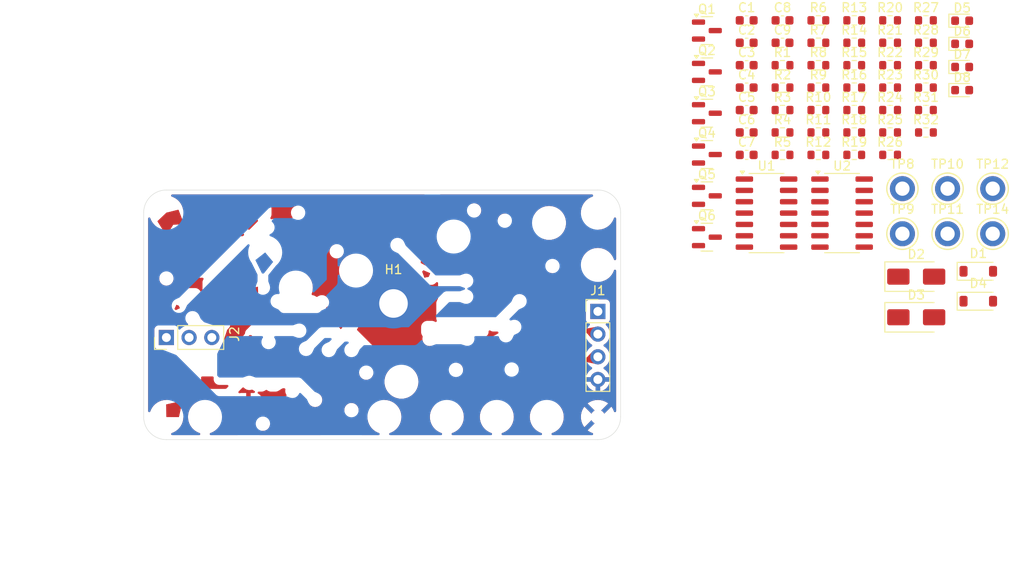
<source format=kicad_pcb>
(kicad_pcb (version 20240108) (generator "pcbnew") (generator_version "8.0")
  (title_block (title "BSPD") (date "2024-10-29") (rev "A") (company "\"Gryphon\" Racing"))
  (layers (0 "F.Cu" signal) (1 "In1.Cu" power) (2 "In2.Cu" power) (31 "B.Cu" signal) (34 "B.Paste" user) (35 "F.Paste" user) (36 "B.SilkS" user "B.Silkscreen") (37 "F.SilkS" user "F.Silkscreen") (38 "B.Mask" user) (39 "F.Mask" user) (44 "Edge.Cuts" user))
  (net 0 "")
  (net 1 "/TPS")
  (net 2 "GNDA")
  (net 3 "/BPT")
  (net 4 "Net-(D4-K)")
  (net 5 "Net-(D1-A)")
  (net 6 "Net-(Q2-D)")
  (net 7 "+BATT")
  (net 8 "-BATT")
  (net 9 "/~{PANIC_BRAKE}")
  (net 10 "/SENSORS_OK")
  (net 11 "+5VA")
  (net 12 "/TPS_SIG")
  (net 13 "/BPT_SIG")
  (net 14 "/BSPD_SD-")
  (net 15 "Net-(Q1-G)")
  (net 16 "/BSPD_OK")
  (net 17 "Net-(Q2-G)")
  (net 18 "Net-(Q2-S)")
  (net 19 "Net-(D5-K)")
  (net 20 "Net-(Q3-G)")
  (net 21 "Net-(Q4-G)")
  (net 22 "Net-(D7-K)")
  (net 23 "Net-(Q5-G)")
  (net 24 "Net-(D8-K)")
  (net 25 "/1_RC")
  (net 26 "Net-(D5-A)")
  (net 27 "Net-(D6-A)")
  (net 28 "Net-(D7-A)")
  (net 29 "Net-(D8-A)")
  (net 30 "Net-(U1B--)")
  (net 31 "Net-(U1A--)")
  (net 32 "Net-(U2B-+)")
  (net 33 "Net-(U2A--)")
  (net 34 "Net-(U2D--)")
  (net 35 "Net-(U2C-+)")
  (net 36 "/PANIC_BRAKE")
  (footprint "Resistor_SMD:R_0603_1608Metric" (layer "F.Cu") (at 149.121 29.266)
    (property "Reference" "R6" (at 0 -1.43 0) (layer "F.SilkS"))
    (property "Value" "100K")
    (fp_line (start -0.237258 -0.5225) (end 0.237258 -0.5225) (stroke (width 0.12)) (layer "F.SilkS"))
    (fp_line (start -0.237258 0.5225) (end 0.237258 0.5225) (stroke (width 0.12)) (layer "F.SilkS"))
    (pad "1" smd roundrect (at -0.825 0) (size 0.8 0.95) (layers "F.Cu" "F.Paste" "F.Mask") (net 34 "Net-(U2D--)"))
    (pad "2" smd roundrect (at 0.825 0) (size 0.8 0.95) (layers "F.Cu" "F.Paste" "F.Mask") (net 2 "GNDA"))
  )
  (footprint "Resistor_SMD:R_0603_1608Metric" (layer "F.Cu") (at 149.121 41.816)
    (property "Reference" "R11" (at 0 -1.43 0) (layer "F.SilkS"))
    (property "Value" "100K")
    (fp_line (start -0.237258 -0.5225) (end 0.237258 -0.5225) (stroke (width 0.12)) (layer "F.SilkS"))
    (fp_line (start -0.237258 0.5225) (end 0.237258 0.5225) (stroke (width 0.12)) (layer "F.SilkS"))
    (pad "1" smd roundrect (at -0.825 0) (size 0.8 0.95) (layers "F.Cu" "F.Paste" "F.Mask") (net 36 "/PANIC_BRAKE"))
    (pad "2" smd roundrect (at 0.825 0) (size 0.8 0.95) (layers "F.Cu" "F.Paste" "F.Mask") (net 5 "Net-(D1-A)"))
  )
  (footprint "Resistor_SMD:R_0603_1608Metric" (layer "F.Cu") (at 153.131 31.776)
    (property "Reference" "R14" (at 0 -1.43 0) (layer "F.SilkS"))
    (property "Value" "100K")
    (fp_line (start -0.237258 -0.5225) (end 0.237258 -0.5225) (stroke (width 0.12)) (layer "F.SilkS"))
    (fp_line (start -0.237258 0.5225) (end 0.237258 0.5225) (stroke (width 0.12)) (layer "F.SilkS"))
    (pad "1" smd roundrect (at -0.825 0) (size 0.8 0.95) (layers "F.Cu" "F.Paste" "F.Mask") (net 13 "/BPT_SIG"))
    (pad "2" smd roundrect (at 0.825 0) (size 0.8 0.95) (layers "F.Cu" "F.Paste" "F.Mask") (net 2 "GNDA"))
  )
  (footprint "Package_TO_SOT_SMD:SOT-23" (layer "F.Cu") (at 136.651 35.036)
    (property "Reference" "Q2" (at 0 -2.4 0) (layer "F.SilkS"))
    (property "Value" "AO3401A")
    (fp_line (start 0 -1.56) (end -0.65 -1.56) (stroke (width 0.12)) (layer "F.SilkS"))
    (fp_line (start 0 -1.56) (end 0.65 -1.56) (stroke (width 0.12)) (layer "F.SilkS"))
    (fp_line (start 0 1.56) (end -0.65 1.56) (stroke (width 0.12)) (layer "F.SilkS"))
    (fp_line (start 0 1.56) (end 0.65 1.56) (stroke (width 0.12)) (layer "F.SilkS"))
    (fp_poly (pts (xy -1.1625 -1.51) (xy -1.4025 -1.84) (xy -0.9225 -1.84) (xy -1.1625 -1.51)) (stroke (width 0.12)) (fill solid) (layer "F.SilkS"))
    (pad "1" smd roundrect (at -0.9375 -0.95) (size 1.475 0.6) (layers "F.Cu" "F.Paste" "F.Mask") (net 17 "Net-(Q2-G)"))
    (pad "2" smd roundrect (at -0.9375 0.95) (size 1.475 0.6) (layers "F.Cu" "F.Paste" "F.Mask") (net 18 "Net-(Q2-S)"))
    (pad "3" smd roundrect (at 0.9375 0) (size 1.475 0.6) (layers "F.Cu" "F.Paste" "F.Mask") (net 6 "Net-(Q2-D)"))
  )
  (footprint "Package_TO_SOT_SMD:SOT-23" (layer "F.Cu") (at 136.651 44.286)
    (property "Reference" "Q4" (at 0 -2.4 0) (layer "F.SilkS"))
    (property "Value" "2N7002")
    (fp_line (start 0 -1.56) (end -0.65 -1.56) (stroke (width 0.12)) (layer "F.SilkS"))
    (fp_line (start 0 -1.56) (end 0.65 -1.56) (stroke (width 0.12)) (layer "F.SilkS"))
    (fp_line (start 0 1.56) (end -0.65 1.56) (stroke (width 0.12)) (layer "F.SilkS"))
    (fp_line (start 0 1.56) (end 0.65 1.56) (stroke (width 0.12)) (layer "F.SilkS"))
    (fp_poly (pts (xy -1.1625 -1.51) (xy -1.4025 -1.84) (xy -0.9225 -1.84) (xy -1.1625 -1.51)) (stroke (width 0.12)) (fill solid) (layer "F.SilkS"))
    (pad "1" smd roundrect (at -0.9375 -0.95) (size 1.475 0.6) (layers "F.Cu" "F.Paste" "F.Mask") (net 21 "Net-(Q4-G)"))
    (pad "2" smd roundrect (at -0.9375 0.95) (size 1.475 0.6) (layers "F.Cu" "F.Paste" "F.Mask") (net 8 "-BATT"))
    (pad "3" smd roundrect (at 0.9375 0) (size 1.475 0.6) (layers "F.Cu" "F.Paste" "F.Mask") (net 22 "Net-(D7-K)"))
  )
  (footprint "Resistor_SMD:R_0603_1608Metric" (layer "F.Cu") (at 153.131 41.816)
    (property "Reference" "R18" (at 0 -1.43 0) (layer "F.SilkS"))
    (property "Value" "10K")
    (fp_line (start -0.237258 -0.5225) (end 0.237258 -0.5225) (stroke (width 0.12)) (layer "F.SilkS"))
    (fp_line (start -0.237258 0.5225) (end 0.237258 0.5225) (stroke (width 0.12)) (layer "F.SilkS"))
    (pad "1" smd roundrect (at -0.825 0) (size 0.8 0.95) (layers "F.Cu" "F.Paste" "F.Mask") (net 15 "Net-(Q1-G)"))
    (pad "2" smd roundrect (at 0.825 0) (size 0.8 0.95) (layers "F.Cu" "F.Paste" "F.Mask") (net 6 "Net-(Q2-D)"))
  )
  (footprint "Package_TO_SOT_SMD:SOT-23" (layer "F.Cu") (at 136.651 48.911)
    (property "Reference" "Q5" (at 0 -2.4 0) (layer "F.SilkS"))
    (property "Value" "2N7002")
    (fp_line (start 0 -1.56) (end -0.65 -1.56) (stroke (width 0.12)) (layer "F.SilkS"))
    (fp_line (start 0 -1.56) (end 0.65 -1.56) (stroke (width 0.12)) (layer "F.SilkS"))
    (fp_line (start 0 1.56) (end -0.65 1.56) (stroke (width 0.12)) (layer "F.SilkS"))
    (fp_line (start 0 1.56) (end 0.65 1.56) (stroke (width 0.12)) (layer "F.SilkS"))
    (fp_poly (pts (xy -1.1625 -1.51) (xy -1.4025 -1.84) (xy -0.9225 -1.84) (xy -1.1625 -1.51)) (stroke (width 0.12)) (fill solid) (layer "F.SilkS"))
    (pad "1" smd roundrect (at -0.9375 -0.95) (size 1.475 0.6) (layers "F.Cu" "F.Paste" "F.Mask") (net 23 "Net-(Q5-G)"))
    (pad "2" smd roundrect (at -0.9375 0.95) (size 1.475 0.6) (layers "F.Cu" "F.Paste" "F.Mask") (net 8 "-BATT"))
    (pad "3" smd roundrect (at 0.9375 0) (size 1.475 0.6) (layers "F.Cu" "F.Paste" "F.Mask") (net 24 "Net-(D8-K)"))
  )
  (footprint "TestPoint:TestPoint_Keystone_5005-5009_Compact" (layer "F.Cu") (at 158.521 48.106)
    (property "Reference" "TP8" (at 0 -2.75 0) (layer "F.SilkS"))
    (property "Value" "SENSORS OK")
    (fp_circle (center 0 0) (end 1.75 0) (stroke (width 0.15)) (fill none) (layer "F.SilkS"))
    (pad "1" thru_hole circle (at 0 0) (size 2.8 2.8) (drill 1.6) (layers "*.Cu" "*.Mask") (net 10 "/SENSORS_OK"))
  )
  (footprint "Resistor_SMD:R_0603_1608Metric" (layer "F.Cu") (at 149.121 39.306)
    (property "Reference" "R10" (at 0 -1.43 0) (layer "F.SilkS"))
    (property "Value" "100K")
    (fp_line (start -0.237258 -0.5225) (end 0.237258 -0.5225) (stroke (width 0.12)) (layer "F.SilkS"))
    (fp_line (start -0.237258 0.5225) (end 0.237258 0.5225) (stroke (width 0.12)) (layer "F.SilkS"))
    (pad "1" smd roundrect (at -0.825 0) (size 0.8 0.95) (layers "F.Cu" "F.Paste" "F.Mask") (net 33 "Net-(U2A--)"))
    (pad "2" smd roundrect (at 0.825 0) (size 0.8 0.95) (layers "F.Cu" "F.Paste" "F.Mask") (net 2 "GNDA"))
  )
  (footprint "Capacitor_SMD:C_0603_1608Metric" (layer "F.Cu") (at 145.111 29.266)
    (property "Reference" "C8" (at 0 -1.43 0) (layer "F.SilkS"))
    (property "Value" "10uF")
    (fp_line (start -0.14058 -0.51) (end 0.14058 -0.51) (stroke (width 0.12)) (layer "F.SilkS"))
    (fp_line (start -0.14058 0.51) (end 0.14058 0.51) (stroke (width 0.12)) (layer "F.SilkS"))
    (pad "1" smd roundrect (at -0.775 0) (size 0.9 0.95) (layers "F.Cu" "F.Paste" "F.Mask") (net 7 "+BATT"))
    (pad "2" smd roundrect (at 0.775 0) (size 0.9 0.95) (layers "F.Cu" "F.Paste" "F.Mask") (net 8 "-BATT"))
  )
  (footprint "Diode_SMD:D_SMA" (layer "F.Cu") (at 160.066 62.506)
    (property "Reference" "D3" (at 0 -2.5 0) (layer "F.SilkS"))
    (property "Value" "SMAJ5.0A")
    (fp_line (start -3.51 -1.65) (end -3.51 1.65) (stroke (width 0.12)) (layer "F.SilkS"))
    (fp_line (start -3.51 -1.65) (end 2 -1.65) (stroke (width 0.12)) (layer "F.SilkS"))
    (fp_line (start -3.51 1.65) (end 2 1.65) (stroke (width 0.12)) (layer "F.SilkS"))
    (pad "1" smd roundrect (at -2 0) (size 2.5 1.8) (layers "F.Cu" "F.Paste" "F.Mask") (roundrect_rratio 0.1388888889) (net 12 "/TPS_SIG"))
    (pad "2" smd roundrect (at 2 0) (size 2.5 1.8) (layers "F.Cu" "F.Paste" "F.Mask") (roundrect_rratio 0.1388888889) (net 2 "GNDA"))
  )
  (footprint "Resistor_SMD:R_0603_1608Metric" (layer "F.Cu") (at 161.151 36.796)
    (property "Reference" "R30" (at 0 -1.43 0) (layer "F.SilkS"))
    (property "Value" "4.7K")
    (fp_line (start -0.237258 -0.5225) (end 0.237258 -0.5225) (stroke (width 0.12)) (layer "F.SilkS"))
    (fp_line (start -0.237258 0.5225) (end 0.237258 0.5225) (stroke (width 0.12)) (layer "F.SilkS"))
    (pad "1" smd roundrect (at -0.825 0) (size 0.8 0.95) (layers "F.Cu" "F.Paste" "F.Mask") (net 28 "Net-(D7-A)"))
    (pad "2" smd roundrect (at 0.825 0) (size 0.8 0.95) (layers "F.Cu" "F.Paste" "F.Mask") (net 7 "+BATT"))
  )
  (footprint "Resistor_SMD:R_0603_1608Metric" (layer "F.Cu") (at 161.151 34.286)
    (property "Reference" "R29" (at 0 -1.43 0) (layer "F.SilkS"))
    (property "Value" "10K")
    (fp_line (start -0.237258 -0.5225) (end 0.237258 -0.5225) (stroke (width 0.12)) (layer "F.SilkS"))
    (fp_line (start -0.237258 0.5225) (end 0.237258 0.5225) (stroke (width 0.12)) (layer "F.SilkS"))
    (pad "1" smd roundrect (at -0.825 0) (size 0.8 0.95) (layers "F.Cu" "F.Paste" "F.Mask") (net 9 "/~{PANIC_BRAKE}"))
    (pad "2" smd roundrect (at 0.825 0) (size 0.8 0.95) (layers "F.Cu" "F.Paste" "F.Mask") (net 21 "Net-(Q4-G)"))
  )
  (footprint "Package_SO:SOIC-14_3.9x8.7mm_P1.27mm" (layer "F.Cu") (at 151.771 50.841)
    (property "Reference" "U2" (at 0 -5.28 0) (layer "F.SilkS"))
    (property "Value" "LM339")
    (fp_line (start 0 -4.435) (end -1.95 -4.435) (stroke (width 0.12)) (layer "F.SilkS"))
    (fp_line (start 0 -4.435) (end 1.95 -4.435) (stroke (width 0.12)) (layer "F.SilkS"))
    (fp_line (start 0 4.435) (end -1.95 4.435) (stroke (width 0.12)) (layer "F.SilkS"))
    (fp_line (start 0 4.435) (end 1.95 4.435) (stroke (width 0.12)) (layer "F.SilkS"))
    (fp_poly (pts (xy -2.7 -4.37) (xy -2.94 -4.7) (xy -2.46 -4.7) (xy -2.7 -4.37)) (stroke (width 0.12)) (fill solid) (layer "F.SilkS"))
    (pad "1" smd roundrect (at -2.475 -3.81) (size 1.95 0.6) (layers "F.Cu" "F.Paste" "F.Mask") (net 10 "/SENSORS_OK"))
    (pad "2" smd roundrect (at -2.475 -2.54) (size 1.95 0.6) (layers "F.Cu" "F.Paste" "F.Mask") (net 10 "/SENSORS_OK"))
    (pad "3" smd roundrect (at -2.475 -1.27) (size 1.95 0.6) (layers "F.Cu" "F.Paste" "F.Mask") (net 7 "+BATT"))
    (pad "4" smd roundrect (at -2.475 0) (size 1.95 0.6) (layers "F.Cu" "F.Paste" "F.Mask") (net 33 "Net-(U2A--)"))
    (pad "5" smd roundrect (at -2.475 1.27) (size 1.95 0.6) (layers "F.Cu" "F.Paste" "F.Mask") (net 3 "/BPT"))
    (pad "6" smd roundrect (at -2.475 2.54) (size 1.95 0.6) (layers "F.Cu" "F.Paste" "F.Mask") (net 3 "/BPT"))
    (pad "7" smd roundrect (at -2.475 3.81) (size 1.95 0.6) (layers "F.Cu" "F.Paste" "F.Mask") (net 32 "Net-(U2B-+)"))
    (pad "8" smd roundrect (at 2.475 3.81) (size 1.95 0.6) (layers "F.Cu" "F.Paste" "F.Mask") (net 34 "Net-(U2D--)"))
    (pad "9" smd roundrect (at 2.475 2.54) (size 1.95 0.6) (layers "F.Cu" "F.Paste" "F.Mask") (net 1 "/TPS"))
    (pad "10" smd roundrect (at 2.475 1.27) (size 1.95 0.6) (layers "F.Cu" "F.Paste" "F.Mask") (net 1 "/TPS"))
    (pad "11" smd roundrect (at 2.475 0) (size 1.95 0.6) (layers "F.Cu" "F.Paste" "F.Mask") (net 35 "Net-(U2C-+)"))
    (pad "12" smd roundrect (at 2.475 -1.27) (size 1.95 0.6) (layers "F.Cu" "F.Paste" "F.Mask") (net 8 "-BATT"))
    (pad "13" smd roundrect (at 2.475 -2.54) (size 1.95 0.6) (layers "F.Cu" "F.Paste" "F.Mask") (net 10 "/SENSORS_OK"))
    (pad "14" smd roundrect (at 2.475 -3.81) (size 1.95 0.6) (layers "F.Cu" "F.Paste" "F.Mask") (net 10 "/SENSORS_OK"))
  )
  (footprint "Diode_SMD:D_SMA" (layer "F.Cu") (at 160.066 57.956)
    (property "Reference" "D2" (at 0 -2.5 0) (layer "F.SilkS"))
    (property "Value" "SMAJ5.0A")
    (fp_line (start -3.51 -1.65) (end -3.51 1.65) (stroke (width 0.12)) (layer "F.SilkS"))
    (fp_line (start -3.51 -1.65) (end 2 -1.65) (stroke (width 0.12)) (layer "F.SilkS"))
    (fp_line (start -3.51 1.65) (end 2 1.65) (stroke (width 0.12)) (layer "F.SilkS"))
    (pad "1" smd roundrect (at -2 0) (size 2.5 1.8) (layers "F.Cu" "F.Paste" "F.Mask") (roundrect_rratio 0.1388888889) (net 13 "/BPT_SIG"))
    (pad "2" smd roundrect (at 2 0) (size 2.5 1.8) (layers "F.Cu" "F.Paste" "F.Mask") (roundrect_rratio 0.1388888889) (net 2 "GNDA"))
  )
  (footprint "Connector_PinHeader_2.54mm:PinHeader_1x04_P2.54mm_Vertical" (layer "F.Cu") (at 124.46 61.849)
    (property "Reference" "J1" (at 0 -2.33 0) (layer "F.SilkS"))
    (property "Value" "Signal")
    (fp_line (start -1.33 -1.33) (end 0 -1.33) (stroke (width 0.12)) (layer "F.SilkS"))
    (fp_line (start -1.33 0) (end -1.33 -1.33) (stroke (width 0.12)) (layer "F.SilkS"))
    (fp_line (start -1.33 1.27) (end -1.33 8.95) (stroke (width 0.12)) (layer "F.SilkS"))
    (fp_line (start -1.33 1.27) (end 1.33 1.27) (stroke (width 0.12)) (layer "F.SilkS"))
    (fp_line (start -1.33 8.95) (end 1.33 8.95) (stroke (width 0.12)) (layer "F.SilkS"))
    (fp_line (start 1.33 1.27) (end 1.33 8.95) (stroke (width 0.12)) (layer "F.SilkS"))
    (pad "1" thru_hole rect (at 0 0) (size 1.7 1.7) (drill 1) (layers "*.Cu" "*.Mask") (net 11 "+5VA"))
    (pad "2" thru_hole oval (at 0 2.54) (size 1.7 1.7) (drill 1) (layers "*.Cu" "*.Mask") (net 12 "/TPS_SIG"))
    (pad "3" thru_hole oval (at 0 5.08) (size 1.7 1.7) (drill 1) (layers "*.Cu" "*.Mask") (net 13 "/BPT_SIG"))
    (pad "4" thru_hole oval (at 0 7.62) (size 1.7 1.7) (drill 1) (layers "*.Cu" "*.Mask") (net 2 "GNDA"))
  )
  (footprint "LED_SMD:LED_0603_1608Metric" (layer "F.Cu") (at 165.201 37.076)
    (property "Reference" "D8" (at 0 -1.43 0) (layer "F.SilkS"))
    (property "Value" "LED")
    (fp_line (start -1.485 -0.735) (end -1.485 0.735) (stroke (width 0.12)) (layer "F.SilkS"))
    (fp_line (start -1.485 0.735) (end 0.8 0.735) (stroke (width 0.12)) (layer "F.SilkS"))
    (fp_line (start 0.8 -0.735) (end -1.485 -0.735) (stroke (width 0.12)) (layer "F.SilkS"))
    (pad "1" smd roundrect (at -0.7875 0) (size 0.875 0.95) (layers "F.Cu" "F.Paste" "F.Mask") (net 24 "Net-(D8-K)"))
    (pad "2" smd roundrect (at 0.7875 0) (size 0.875 0.95) (layers "F.Cu" "F.Paste" "F.Mask") (net 29 "Net-(D8-A)"))
  )
  (footprint "Resistor_SMD:R_0603_1608Metric" (layer "F.Cu") (at 145.111 39.306)
    (property "Reference" "R3" (at 0 -1.43 0) (layer "F.SilkS"))
    (property "Value" "10K")
    (fp_line (start -0.237258 -0.5225) (end 0.237258 -0.5225) (stroke (width 0.12)) (layer "F.SilkS"))
    (fp_line (start -0.237258 0.5225) (end 0.237258 0.5225) (stroke (width 0.12)) (layer "F.SilkS"))
    (pad "1" smd roundrect (at -0.825 0) (size 0.8 0.95) (layers "F.Cu" "F.Paste" "F.Mask") (net 10 "/SENSORS_OK"))
    (pad "2" smd roundrect (at 0.825 0) (size 0.8 0.95) (layers "F.Cu" "F.Paste" "F.Mask") (net 4 "Net-(D4-K)"))
  )
  (footprint "LED_SMD:LED_0603_1608Metric" (layer "F.Cu") (at 165.201 31.896)
    (property "Reference" "D6" (at 0 -1.43 0) (layer "F.SilkS"))
    (property "Value" "LED")
    (fp_line (start -1.485 -0.735) (end -1.485 0.735) (stroke (width 0.12)) (layer "F.SilkS"))
    (fp_line (start -1.485 0.735) (end 0.8 0.735) (stroke (width 0.12)) (layer "F.SilkS"))
    (fp_line (start 0.8 -0.735) (end -1.485 -0.735) (stroke (width 0.12)) (layer "F.SilkS"))
    (pad "1" smd roundrect (at -0.7875 0) (size 0.875 0.95) (layers "F.Cu" "F.Paste" "F.Mask") (net 8 "-BATT"))
    (pad "2" smd roundrect (at 0.7875 0) (size 0.875 0.95) (layers "F.Cu" "F.Paste" "F.Mask") (net 27 "Net-(D6-A)"))
  )
  (footprint "Diode_SMD:D_SOD-123" (layer "F.Cu") (at 167.006 57.356)
    (property "Reference" "D1" (at 0 -2 0) (layer "F.SilkS"))
    (property "Value" "RB160M-30")
    (fp_line (start -2.36 -1) (end -2.36 1) (stroke (width 0.12)) (layer "F.SilkS"))
    (fp_line (start -2.36 -1) (end 1.65 -1) (stroke (width 0.12)) (layer "F.SilkS"))
    (fp_line (start -2.36 1) (end 1.65 1) (stroke (width 0.12)) (layer "F.SilkS"))
    (pad "1" smd roundrect (at -1.65 0) (size 0.9 1.2) (layers "F.Cu" "F.Paste" "F.Mask") (net 36 "/PANIC_BRAKE"))
    (pad "2" smd roundrect (at 1.65 0) (size 0.9 1.2) (layers "F.Cu" "F.Paste" "F.Mask") (net 5 "Net-(D1-A)"))
  )
  (footprint "LED_SMD:LED_0603_1608Metric" (layer "F.Cu") (at 165.201 29.306)
    (property "Reference" "D5" (at 0 -1.43 0) (layer "F.SilkS"))
    (property "Value" "LED")
    (fp_line (start -1.485 -0.735) (end -1.485 0.735) (stroke (width 0.12)) (layer "F.SilkS"))
    (fp_line (start -1.485 0.735) (end 0.8 0.735) (stroke (width 0.12)) (layer "F.SilkS"))
    (fp_line (start 0.8 -0.735) (end -1.485 -0.735) (stroke (width 0.12)) (layer "F.SilkS"))
    (pad "1" smd roundrect (at -0.7875 0) (size 0.875 0.95) (layers "F.Cu" "F.Paste" "F.Mask") (net 19 "Net-(D5-K)"))
    (pad "2" smd roundrect (at 0.7875 0) (size 0.875 0.95) (layers "F.Cu" "F.Paste" "F.Mask") (net 26 "Net-(D5-A)"))
  )
  (footprint "Resistor_SMD:R_0603_1608Metric" (layer "F.Cu") (at 149.121 31.776)
    (property "Reference" "R7" (at 0 -1.43 0) (layer "F.SilkS"))
    (property "Value" "1K")
    (fp_line (start -0.237258 -0.5225) (end 0.237258 -0.5225) (stroke (width 0.12)) (layer "F.SilkS"))
    (fp_line (start -0.237258 0.5225) (end 0.237258 0.5225) (stroke (width 0.12)) (layer "F.SilkS"))
    (pad "1" smd roundrect (at -0.825 0) (size 0.8 0.95) (layers "F.Cu" "F.Paste" "F.Mask") (net 10 "/SENSORS_OK"))
    (pad "2" smd roundrect (at 0.825 0) (size 0.8 0.95) (layers "F.Cu" "F.Paste" "F.Mask") (net 11 "+5VA"))
  )
  (footprint "Resistor_SMD:R_0603_1608Metric" (layer "F.Cu") (at 161.151 29.266)
    (property "Reference" "R27" (at 0 -1.43 0) (layer "F.SilkS"))
    (property "Value" "4.7K")
    (fp_line (start -0.237258 -0.5225) (end 0.237258 -0.5225) (stroke (width 0.12)) (layer "F.SilkS"))
    (fp_line (start -0.237258 0.5225) (end 0.237258 0.5225) (stroke (width 0.12)) (layer "F.SilkS"))
    (pad "1" smd roundrect (at -0.825 0) (size 0.8 0.95) (layers "F.Cu" "F.Paste" "F.Mask") (net 27 "Net-(D6-A)"))
    (pad "2" smd roundrect (at 0.825 0) (size 0.8 0.95) (layers "F.Cu" "F.Paste" "F.Mask") (net 7 "+BATT"))
  )
  (footprint "Resistor_SMD:R_0603_1608Metric" (layer "F.Cu") (at 145.111 41.816)
    (property "Reference" "R4" (at 0 -1.43 0) (layer "F.SilkS"))
    (property "Value" "100K")
    (fp_line (start -0.237258 -0.5225) (end 0.237258 -0.5225) (stroke (width 0.12)) (layer "F.SilkS"))
    (fp_line (start -0.237258 0.5225) (end 0.237258 0.5225) (stroke (width 0.12)) (layer "F.SilkS"))
    (pad "1" smd roundrect (at -0.825 0) (size 0.8 0.95) (layers "F.Cu" "F.Paste" "F.Mask") (net 35 "Net-(U2C-+)"))
    (pad "2" smd roundrect (at 0.825 0) (size 0.8 0.95) (layers "F.Cu" "F.Paste" "F.Mask") (net 34 "Net-(U2D--)"))
  )
  (footprint "Resistor_SMD:R_0603_1608Metric" (layer "F.Cu") (at 157.141 36.796)
    (property "Reference" "R23" (at 0 -1.43 0) (layer "F.SilkS"))
    (property "Value" "100K")
    (fp_line (start -0.237258 -0.5225) (end 0.237258 -0.5225) (stroke (width 0.12)) (layer "F.SilkS"))
    (fp_line (start -0.237258 0.5225) (end 0.237258 0.5225) (stroke (width 0.12)) (layer "F.SilkS"))
    (pad "1" smd roundrect (at -0.825 0) (size 0.8 0.95) (layers "F.Cu" "F.Paste" "F.Mask") (net 30 "Net-(U1B--)"))
    (pad "2" smd roundrect (at 0.825 0) (size 0.8 0.95) (layers "F.Cu" "F.Paste" "F.Mask") (net 2 "GNDA"))
  )
  (footprint "Resistor_SMD:R_0603_1608Metric" (layer "F.Cu") (at 161.151 39.306)
    (property "Reference" "R31" (at 0 -1.43 0) (layer "F.SilkS"))
    (property "Value" "10K")
    (fp_line (start -0.237258 -0.5225) (end 0.237258 -0.5225) (stroke (width 0.12)) (layer "F.SilkS"))
    (fp_line (start -0.237258 0.5225) (end 0.237258 0.5225) (stroke (width 0.12)) (layer "F.SilkS"))
    (pad "1" smd roundrect (at -0.825 0) (size 0.8 0.95) (layers "F.Cu" "F.Paste" "F.Mask") (net 10 "/SENSORS_OK"))
    (pad "2" smd roundrect (at 0.825 0) (size 0.8 0.95) (layers "F.Cu" "F.Paste" "F.Mask") (net 23 "Net-(Q5-G)"))
  )
  (footprint "Connector_PinHeader_2.54mm:PinHeader_1x03_P2.54mm_Vertical" (layer "F.Cu") (at 76.2 64.77 90)
    (property "Reference" "J2" (at 0.381 7.62 90) (layer "F.SilkS"))
    (property "Value" "Power")
    (fp_line (start -1.33 -1.33) (end 0 -1.33) (stroke (width 0.12)) (layer "F.SilkS"))
    (fp_line (start -1.33 0) (end -1.33 -1.33) (stroke (width 0.12)) (layer "F.SilkS"))
    (fp_line (start 1.33 1.270001) (end 1.33 6.409999) (stroke (width 0.12)) (layer "F.SilkS"))
    (fp_line (start -1.33 1.270001) (end 1.33 1.270001) (stroke (width 0.12)) (layer "F.SilkS"))
    (fp_line (start -1.33 1.270001) (end -1.33 6.409999) (stroke (width 0.12)) (layer "F.SilkS"))
    (fp_line (start -1.33 6.409999) (end 1.33 6.409999) (stroke (width 0.12)) (layer "F.SilkS"))
    (pad "1" thru_hole rect (at 0 0 90) (size 1.7 1.7) (drill 1) (layers "*.Cu" "*.Mask") (net 7 "+BATT"))
    (pad "2" thru_hole oval (at 0 2.54 90) (size 1.7 1.7) (drill 1) (layers "*.Cu" "*.Mask") (net 14 "/BSPD_SD-"))
    (pad "3" thru_hole oval (at 0 5.079999 90) (size 1.7 1.7) (drill 1) (layers "*.Cu" "*.Mask") (net 8 "-BATT"))
  )
  (footprint "Resistor_SMD:R_0603_1608Metric" (layer "F.Cu") (at 145.111 36.796)
    (property "Reference" "R2" (at 0 -1.43 0) (layer "F.SilkS"))
    (property "Value" "10K")
    (fp_line (start -0.237258 -0.5225) (end 0.237258 -0.5225) (stroke (width 0.12)) (layer "F.SilkS"))
    (fp_line (start -0.237258 0.5225) (end 0.237258 0.5225) (stroke (width 0.12)) (layer "F.SilkS"))
    (pad "1" smd roundrect (at -0.825 0) (size 0.8 0.95) (layers "F.Cu" "F.Paste" "F.Mask") (net 12 "/TPS_SIG"))
    (pad "2" smd roundrect (at 0.825 0) (size 0.8 0.95) (layers "F.Cu" "F.Paste" "F.Mask") (net 1 "/TPS"))
  )
  (footprint "Capacitor_SMD:C_0603_1608Metric" (layer "F.Cu") (at 141.101 41.816)
    (property "Reference" "C6" (at 0 -1.43 0) (layer "F.SilkS"))
    (property "Value" "10uF")
    (fp_line (start -0.14058 -0.51) (end 0.14058 -0.51) (stroke (width 0.12)) (layer "F.SilkS"))
    (fp_line (start -0.14058 0.51) (end 0.14058 0.51) (stroke (width 0.12)) (layer "F.SilkS"))
    (pad "1" smd roundrect (at -0.775 0) (size 0.9 0.95) (layers "F.Cu" "F.Paste" "F.Mask") (net 7 "+BATT"))
    (pad "2" smd roundrect (at 0.775 0) (size 0.9 0.95) (layers "F.Cu" "F.Paste" "F.Mask") (net 8 "-BATT"))
  )
  (footprint "Resistor_SMD:R_0603_1608Metric" (layer "F.Cu") (at 149.121 36.796)
    (property "Reference" "R9" (at 0 -1.43 0) (layer "F.SilkS"))
    (property "Value" "100K")
    (fp_line (start -0.237258 -0.5225) (end 0.237258 -0.5225) (stroke (width 0.12)) (layer "F.SilkS"))
    (fp_line (start -0.237258 0.5225) (end 0.237258 0.5225) (stroke (width 0.12)) (layer "F.SilkS"))
    (pad "1" smd roundrect (at -0.825 0) (size 0.8 0.95) (layers "F.Cu" "F.Paste" "F.Mask") (net 32 "Net-(U2B-+)"))
    (pad "2" smd roundrect (at 0.825 0) (size 0.8 0.95) (layers "F.Cu" "F.Paste" "F.Mask") (net 33 "Net-(U2A--)"))
  )
  (footprint "Resistor_SMD:R_0603_1608Metric" (layer "F.Cu") (at 161.151 41.816)
    (property "Reference" "R32" (at 0 -1.43 0) (layer "F.SilkS"))
    (property "Value" "4.7K")
    (fp_line (start -0.237258 -0.5225) (end 0.237258 -0.5225) (stroke (width 0.12)) (layer "F.SilkS"))
    (fp_line (start -0.237258 0.5225) (end 0.237258 0.5225) (stroke (width 0.12)) (layer "F.SilkS"))
    (pad "1" smd roundrect (at -0.825 0) (size 0.8 0.95) (layers "F.Cu" "F.Paste" "F.Mask") (net 29 "Net-(D8-A)"))
    (pad "2" smd roundrect (at 0.825 0) (size 0.8 0.95) (layers "F.Cu" "F.Paste" "F.Mask") (net 7 "+BATT"))
  )
  (footprint "Resistor_SMD:R_0603_1608Metric" (layer "F.Cu") (at 153.131 39.306)
    (property "Reference" "R17" (at 0 -1.43 0) (layer "F.SilkS"))
    (property "Value" "10K")
    (fp_line (start -0.237258 -0.5225) (end 0.237258 -0.5225) (stroke (width 0.12)) (layer "F.SilkS"))
    (fp_line (start -0.237258 0.5225) (end 0.237258 0.5225) (stroke (width 0.12)) (layer "F.SilkS"))
    (pad "1" smd roundrect (at -0.825 0) (size 0.8 0.95) (layers "F.Cu" "F.Paste" "F.Mask") (net 16 "/BSPD_OK"))
    (pad "2" smd roundrect (at 0.825 0) (size 0.8 0.95) (layers "F.Cu" "F.Paste" "F.Mask") (net 17 "Net-(Q2-G)"))
  )
  (footprint "Resistor_SMD:R_0603_1608Metric" (layer "F.Cu") (at 149.121 34.286)
    (property "Reference" "R8" (at 0 -1.43 0) (layer "F.SilkS"))
    (property "Value" "100K")
    (fp_line (start -0.237258 -0.5225) (end 0.237258 -0.5225) (stroke (width 0.12)) (layer "F.SilkS"))
    (fp_line (start -0.237258 0.5225) (end 0.237258 0.5225) (stroke (width 0.12)) (layer "F.SilkS"))
    (pad "1" smd roundrect (at -0.825 0) (size 0.8 0.95) (layers "F.Cu" "F.Paste" "F.Mask") (net 11 "+5VA"))
    (pad "2" smd roundrect (at 0.825 0) (size 0.8 0.95) (layers "F.Cu" "F.Paste" "F.Mask") (net 32 "Net-(U2B-+)"))
  )
  (footprint "Capacitor_SMD:C_0603_1608Metric" (layer "F.Cu") (at 141.101 36.796)
    (property "Reference" "C4" (at 0 -1.43 0) (layer "F.SilkS"))
    (property "Value" "10uF")
    (fp_line (start -0.14058 -0.51) (end 0.14058 -0.51) (stroke (width 0.12)) (layer "F.SilkS"))
    (fp_line (start -0.14058 0.51) (end 0.14058 0.51) (stroke (width 0.12)) (layer "F.SilkS"))
    (pad "1" smd roundrect (at -0.775 0) (size 0.9 0.95) (layers "F.Cu" "F.Paste" "F.Mask") (net 5 "Net-(D1-A)"))
    (pad "2" smd roundrect (at 0.775 0) (size 0.9 0.95) (layers "F.Cu" "F.Paste" "F.Mask") (net 2 "GNDA"))
  )
  (footprint "Package_TO_SOT_SMD:SOT-23" (layer "F.Cu") (at 136.651 39.661)
    (property "Reference" "Q3" (at 0 -2.4 0) (layer "F.SilkS"))
    (property "Value" "2N7002")
    (fp_line (start 0 -1.56) (end -0.65 -1.56) (stroke (width 0.12)) (layer "F.SilkS"))
    (fp_line (start 0 -1.56) (end 0.65 -1.56) (stroke (width 0.12)) (layer "F.SilkS"))
    (fp_line (start 0 1.56) (end -0.65 1.56) (stroke (width 0.12)) (layer "F.SilkS"))
    (fp_line (start 0 1.56) (end 0.65 1.56) (stroke (width 0.12)) (layer "F.SilkS"))
    (fp_poly (pts (xy -1.1625 -1.51) (xy -1.4025 -1.84) (xy -0.9225 -1.84) (xy -1.1625 -1.51)) (stroke (width 0.12)) (fill solid) (layer "F.SilkS"))
    (pad "1" smd roundrect (at -0.9375 -0.95) (size 1.475 0.6) (layers "F.Cu" "F.Paste" "F.Mask") (net 20 "Net-(Q3-G)"))
    (pad "2" smd roundrect (at -0.9375 0.95) (size 1.475 0.6) (layers "F.Cu" "F.Paste" "F.Mask") (net 8 "-BATT"))
    (pad "3" smd roundrect (at 0.9375 0) (size 1.475 0.6) (layers "F.Cu" "F.Paste" "F.Mask") (net 19 "Net-(D5-K)"))
  )
  (footprint "Resistor_SMD:R_0603_1608Metric" (layer "F.Cu") (at 153.131 44.326)
    (property "Reference" "R19" (at 0 -1.43 0) (layer "F.SilkS"))
    (property "Value" "10K")
    (fp_line (start -0.237258 -0.5225) (end 0.237258 -0.5225) (stroke (width 0.12)) (layer "F.SilkS"))
    (fp_line (start -0.237258 0.5225) (end 0.237258 0.5225) (stroke (width 0.12)) (layer "F.SilkS"))
    (pad "1" smd roundrect (at -0.825 0) (size 0.8 0.95) (layers "F.Cu" "F.Paste" "F.Mask") (net 18 "Net-(Q2-S)"))
    (pad "2" smd roundrect (at 0.825 0) (size 0.8 0.95) (layers "F.Cu" "F.Paste" "F.Mask") (net 11 "+5VA"))
  )
  (footprint "Resistor_SMD:R_0603_1608Metric" (layer "F.Cu") (at 157.141 41.816)
    (property "Reference" "R25" (at 0 -1.43 0) (layer "F.SilkS"))
    (property "Value" "10K")
    (fp_line (start -0.237258 -0.5225) (end 0.237258 -0.5225) (stroke (width 0.12)) (layer "F.SilkS"))
    (fp_line (start -0.237258 0.5225) (end 0.237258 0.5225) (stroke (width 0.12)) (layer "F.SilkS"))
    (pad "1" smd roundrect (at -0.825 0) (size 0.8 0.95) (layers "F.Cu" "F.Paste" "F.Mask") (net 2 "GNDA"))
    (pad "2" smd roundrect (at 0.825 0) (size 0.8 0.95) (layers "F.Cu" "F.Paste" "F.Mask") (net 6 "Net-(Q2-D)"))
  )
  (footprint "Diode_SMD:D_SOD-123" (layer "F.Cu") (at 167.006 60.706)
    (property "Reference" "D4" (at 0 -2 0) (layer "F.SilkS"))
    (property "Value" "RB160M-30")
    (fp_line (start -2.36 -1) (end -2.36 1) (stroke (width 0.12)) (layer "F.SilkS"))
    (fp_line (start -2.36 -1) (end 1.65 -1) (stroke (width 0.12)) (layer "F.SilkS"))
    (fp_line (start -2.36 1) (end 1.65 1) (stroke (width 0.12)) (layer "F.SilkS"))
    (pad "1" smd roundrect (at -1.65 0) (size 0.9 1.2) (layers "F.Cu" "F.Paste" "F.Mask") (net 4 "Net-(D4-K)"))
    (pad "2" smd roundrect (at 1.65 0) (size 0.9 1.2) (layers "F.Cu" "F.Paste" "F.Mask") (net 10 "/SENSORS_OK"))
  )
  (footprint "Capacitor_SMD:C_0603_1608Metric" (layer "F.Cu") (at 141.101 34.286)
    (property "Reference" "C3" (at 0 -1.43 0) (layer "F.SilkS"))
    (property "Value" "10uF")
    (fp_line (start -0.14058 -0.51) (end 0.14058 -0.51) (stroke (width 0.12)) (layer "F.SilkS"))
    (fp_line (start -0.14058 0.51) (end 0.14058 0.51) (stroke (width 0.12)) (layer "F.SilkS"))
    (pad "1" smd roundrect (at -0.775 0) (size 0.9 0.95) (layers "F.Cu" "F.Paste" "F.Mask") (net 4 "Net-(D4-K)"))
    (pad "2" smd roundrect (at 0.775 0) (size 0.9 0.95) (layers "F.Cu" "F.Paste" "F.Mask") (net 2 "GNDA"))
  )
  (footprint "Capacitor_SMD:C_0603_1608Metric" (layer "F.Cu") (at 141.101 39.306)
    (property "Reference" "C5" (at 0 -1.43 0) (layer "F.SilkS"))
    (property "Value" "10uF")
    (fp_line (start -0.14058 -0.51) (end 0.14058 -0.51) (stroke (width 0.12)) (layer "F.SilkS"))
    (fp_line (start -0.14058 0.51) (end 0.14058 0.51) (stroke (width 0.12)) (layer "F.SilkS"))
    (pad "1" smd roundrect (at -0.775 0) (size 0.9 0.95) (layers "F.Cu" "F.Paste" "F.Mask") (net 18 "Net-(Q2-S)"))
    (pad "2" smd roundrect (at 0.775 0) (size 0.9 0.95) (layers "F.Cu" "F.Paste" "F.Mask") (net 2 "GNDA"))
  )
  (footprint "Resistor_SMD:R_0603_1608Metric" (layer "F.Cu") (at 145.111 44.326)
    (property "Reference" "R5" (at 0 -1.43 0) (layer "F.SilkS"))
    (property "Value" "100K")
    (fp_line (start -0.237258 -0.5225) (end 0.237258 -0.5225) (stroke (width 0.12)) (layer "F.SilkS"))
    (fp_line (start -0.237258 0.5225) (end 0.237258 0.5225) (stroke (width 0.12)) (layer "F.SilkS"))
    (pad "1" smd roundrect (at -0.825 0) (size 0.8 0.95) (layers "F.Cu" "F.Paste" "F.Mask") (net 11 "+5VA"))
    (pad "2" smd roundrect (at 0.825 0) (size 0.8 0.95) (layers "F.Cu" "F.Paste" "F.Mask") (net 35 "Net-(U2C-+)"))
  )
  (footprint "Resistor_SMD:R_0603_1608Metric" (layer "F.Cu") (at 157.141 31.776)
    (property "Reference" "R21" (at 0 -1.43 0) (layer "F.SilkS"))
    (property "Value" "100K")
    (fp_line (start -0.237258 -0.5225) (end 0.237258 -0.5225) (stroke (width 0.12)) (layer "F.SilkS"))
    (fp_line (start -0.237258 0.5225) (end 0.237258 0.5225) (stroke (width 0.12)) (layer "F.SilkS"))
    (pad "1" smd roundrect (at -0.825 0) (size 0.8 0.95) (layers "F.Cu" "F.Paste" "F.Mask") (net 31 "Net-(U1A--)"))
    (pad "2" smd roundrect (at 0.825 0) (size 0.8 0.95) (layers "F.Cu" "F.Paste" "F.Mask") (net 2 "GNDA"))
  )
  (footprint "TestPoint:TestPoint_Keystone_5005-5009_Compact" (layer "F.Cu") (at 163.571 53.156)
    (property "Reference" "TP11" (at 0 -2.75 0) (layer "F.SilkS"))
    (property "Value" "BPT")
    (fp_circle (center 0 0) (end 1.75 0) (stroke (width 0.15)) (fill none) (layer "F.SilkS"))
    (pad "1" thru_hole circle (at 0 0) (size 2.8 2.8) (drill 1.6) (layers "*.Cu" "*.Mask") (net 3 "/BPT"))
  )
  (footprint "Resistor_SMD:R_0603_1608Metric" (layer "F.Cu") (at 149.121 44.326)
    (property "Reference" "R12" (at 0 -1.43 0) (layer "F.SilkS"))
    (property "Value" "10K")
    (fp_line (start -0.237258 -0.5225) (end 0.237258 -0.5225) (stroke (width 0.12)) (layer "F.SilkS"))
    (fp_line (start -0.237258 0.5225) (end 0.237258 0.5225) (stroke (width 0.12)) (layer "F.SilkS"))
    (pad "1" smd roundrect (at -0.825 0) (size 0.8 0.95) (layers "F.Cu" "F.Paste" "F.Mask") (net 2 "GNDA"))
    (pad "2" smd roundrect (at 0.825 0) (size 0.8 0.95) (layers "F.Cu" "F.Paste" "F.Mask") (net 25 "/1_RC"))
  )
  (footprint "Package_TO_SOT_SMD:SOT-23" (layer "F.Cu") (at 136.651 53.536)
    (property "Reference" "Q6" (at 0 -2.4 0) (layer "F.SilkS"))
    (property "Value" "2N7002")
    (fp_line (start 0 -1.56) (end -0.65 -1.56) (stroke (width 0.12)) (layer "F.SilkS"))
    (fp_line (start 0 -1.56) (end 0.65 -1.56) (stroke (width 0.12)) (layer "F.SilkS"))
    (fp_line (start 0 1.56) (end -0.65 1.56) (stroke (width 0.12)) (layer "F.SilkS"))
    (fp_line (start 0 1.56) (end 0.65 1.56) (stroke (width 0.12)) (layer "F.SilkS"))
    (fp_poly (pts (xy -1.1625 -1.51) (xy -1.4025 -1.84) (xy -0.9225 -1.84) (xy -1.1625 -1.51)) (stroke (width 0.12)) (fill solid) (layer "F.SilkS"))
    (pad "1" smd roundrect (at -0.9375 -0.95) (size 1.475 0.6) (layers "F.Cu" "F.Paste" "F.Mask") (net 16 "/BSPD_OK"))
    (pad "2" smd roundrect (at -0.9375 0.95) (size 1.475 0.6) (layers "F.Cu" "F.Paste" "F.Mask") (net 8 "-BATT"))
    (pad "3" smd roundrect (at 0.9375 0) (size 1.475 0.6) (layers "F.Cu" "F.Paste" "F.Mask") (net 14 "/BSPD_SD-"))
  )
  (footprint "Capacitor_SMD:C_0603_1608Metric" (layer "F.Cu") (at 141.101 29.266)
    (property "Reference" "C1" (at 0 -1.43 0) (layer "F.SilkS"))
    (property "Value" "220nF")
    (fp_line (start -0.14058 -0.51) (end 0.14058 -0.51) (stroke (width 0.12)) (layer "F.SilkS"))
    (fp_line (start -0.14058 0.51) (end 0.14058 0.51) (stroke (width 0.12)) (layer "F.SilkS"))
    (pad "1" smd roundrect (at -0.775 0) (size 0.9 0.95) (layers "F.Cu" "F.Paste" "F.Mask") (net 1 "/TPS"))
    (pad "2" smd roundrect (at 0.775 0) (size 0.9 0.95) (layers "F.Cu" "F.Paste" "F.Mask") (net 2 "GNDA"))
  )
  (footprint "Resistor_SMD:R_0603_1608Metric" (layer "F.Cu") (at 157.141 44.326)
    (property "Reference" "R26" (at 0 -1.43 0) (layer "F.SilkS"))
    (property "Value" "4.7K")
    (fp_line (start -0.237258 -0.5225) (end 0.237258 -0.5225) (stroke (width 0.12)) (layer "F.SilkS"))
    (fp_line (start -0.237258 0.5225) (end 0.237258 0.5225) (stroke (width 0.12)) (layer "F.SilkS"))
    (pad "1" smd roundrect (at -0.825 0) (size 0.8 0.95) (layers "F.Cu" "F.Paste" "F.Mask") (net 26 "Net-(D5-A)"))
    (pad "2" smd roundrect (at 0.825 0) (size 0.8 0.95) (layers "F.Cu" "F.Paste" "F.Mask") (net 7 "+BATT"))
  )
  (footprint "MountingHole:MountingHole_3.2mm_M3_DIN965_Pad" (layer "F.Cu") (at 101.6 60.96)
    (property "Reference" "H1" (at 0 -3.8 0) (layer "F.SilkS"))
    (property "Value" "MountingHole_Pad")
    (pad "1" thru_hole circle (at 0 0) (size 5.6 5.6) (drill 3.2) (layers "*.Cu" "*.Mask"))
  )
  (footprint "Package_TO_SOT_SMD:SOT-23" (layer "F.Cu") (at 136.651 30.411)
    (property "Reference" "Q1" (at 0 -2.4 0) (layer "F.SilkS"))
    (property "Value" "2N7002")
    (fp_line (start 0 -1.56) (end -0.65 -1.56) (stroke (width 0.12)) (layer "F.SilkS"))
    (fp_line (start 0 -1.56) (end 0.65 -1.56) (stroke (width 0.12)) (layer "F.SilkS"))
    (fp_line (start 0 1.56) (end -0.65 1.56) (stroke (width 0.12)) (layer "F.SilkS"))
    (fp_line (start 0 1.56) (end 0.65 1.56) (stroke (width 0.12)) (layer "F.SilkS"))
    (fp_poly (pts (xy -1.1625 -1.51) (xy -1.4025 -1.84) (xy -0.9225 -1.84) (xy -1.1625 -1.51)) (stroke (width 0.12)) (fill solid) (layer "F.SilkS"))
    (pad "1" smd roundrect (at -0.9375 -0.95) (size 1.475 0.6) (layers "F.Cu" "F.Paste" "F.Mask") (net 15 "Net-(Q1-G)"))
    (pad "2" smd roundrect (at -0.9375 0.95) (size 1.475 0.6) (layers "F.Cu" "F.Paste" "F.Mask") (net 2 "GNDA"))
    (pad "3" smd roundrect (at 0.9375 0) (size 1.475 0.6) (layers "F.Cu" "F.Paste" "F.Mask") (net 16 "/BSPD_OK"))
  )
  (footprint "TestPoint:TestPoint_Keystone_5005-5009_Compact" (layer "F.Cu") (at 163.571 48.106)
    (property "Reference" "TP10" (at 0 -2.75 0) (layer "F.SilkS"))
    (property "Value" "GNDA")
    (fp_circle (center 0 0) (end 1.75 0) (stroke (width 0.15)) (fill none) (layer "F.SilkS"))
    (pad "1" thru_hole circle (at 0 0) (size 2.8 2.8) (drill 1.6) (layers "*.Cu" "*.Mask") (net 2 "GNDA"))
  )
  (footprint "TestPoint:TestPoint_Keystone_5005-5009_Compact" (layer "F.Cu") (at 158.521 53.156)
    (property "Reference" "TP9" (at 0 -2.75 0) (layer "F.SilkS"))
    (property "Value" "PANIC BRAKE")
    (fp_circle (center 0 0) (end 1.75 0) (stroke (width 0.15)) (fill none) (layer "F.SilkS"))
    (pad "1" thru_hole circle (at 0 0) (size 2.8 2.8) (drill 1.6) (layers "*.Cu" "*.Mask") (net 36 "/PANIC_BRAKE"))
  )
  (footprint "TestPoint:TestPoint_Keystone_5005-5009_Compact" (layer "F.Cu") (at 168.621 48.106)
    (property "Reference" "TP12" (at 0 -2.75 0) (layer "F.SilkS"))
    (property "Value" "TPS")
    (fp_circle (center 0 0) (end 1.75 0) (stroke (width 0.15)) (fill none) (layer "F.SilkS"))
    (pad "1" thru_hole circle (at 0 0) (size 2.8 2.8) (drill 1.6) (layers "*.Cu" "*.Mask") (net 1 "/TPS"))
  )
  (footprint "Package_SO:SOIC-14_3.9x8.7mm_P1.27mm" (layer "F.Cu") (at 143.321 50.841)
    (property "Reference" "U1" (at 0 -5.28 0) (layer "F.SilkS"))
    (property "Value" "LM339")
    (fp_line (start 0 -4.435) (end -1.95 -4.435) (stroke (width 0.12)) (layer "F.SilkS"))
    (fp_line (start 0 -4.435) (end 1.95 -4.435) (stroke (width 0.12)) (layer "F.SilkS"))
    (fp_line (start 0 4.435) (end -1.95 4.435) (stroke (width 0.12)) (layer "F.SilkS"))
    (fp_line (start 0 4.435) (end 1.95 4.435) (stroke (width 0.12)) (layer "F.SilkS"))
    (fp_poly (pts (xy -2.7 -4.37) (xy -2.94 -4.7) (xy -2.46 -4.7) (xy -2.7 -4.37)) (stroke (width 0.12)) (fill solid) (layer "F.SilkS"))
    (pad "1" smd roundrect (at -2.475 -3.81) (size 1.95 0.6) (layers "F.Cu" "F.Paste" "F.Mask") (net 36 "/PANIC_BRAKE"))
    (pad "2" smd roundrect (at -2.475 -2.54) (size 1.95 0.6) (layers "F.Cu" "F.Paste" "F.Mask") (net 36 "/PANIC_BRAKE"))
    (pad "3" smd roundrect (at -2.475 -1.27) (size 1.95 0.6) (layers "F.Cu" "F.Paste" "F.Mask") (net 7 "+BATT"))
    (pad "4" smd roundrect (at -2.475 0) (size 1.95 0.6) (layers "F.Cu" "F.Paste" "F.Mask") (net 31 "Net-(U1A--)"))
    (pad "5" smd roundrect (at -2.475 1.27) (size 1.95 0.6) (layers "F.Cu" "F.Paste" "F.Mask") (net 1 "/TPS"))
    (pad "6" smd roundrect (at -2.475 2.54) (size 1.95 0.6) (layers "F.Cu" "F.Paste" "F.Mask") (net 30 "Net-(U1B--)"))
    (pad "7" smd roundrect (at -2.475 3.81) (size 1.95 0.6) (layers "F.Cu" "F.Paste" "F.Mask") (net 3 "/BPT"))
    (pad "8" smd roundrect (at 2.475 3.81) (size 1.95 0.6) (layers "F.Cu" "F.Paste" "F.Mask") (net 25 "/1_RC"))
    (pad "9" smd roundrect (at 2.475 2.54) (size 1.95 0.6) (layers "F.Cu" "F.Paste" "F.Mask") (net 4 "Net-(D4-K)"))
    (pad "10" smd roundrect (at 2.475 1.27) (size 1.95 0.6) (layers "F.Cu" "F.Paste" "F.Mask") (net 5 "Net-(D1-A)"))
    (pad "11" smd roundrect (at 2.475 0) (size 1.95 0.6) (layers "F.Cu" "F.Paste" "F.Mask") (net 25 "/1_RC"))
    (pad "12" smd roundrect (at 2.475 -1.27) (size 1.95 0.6) (layers "F.Cu" "F.Paste" "F.Mask") (net 8 "-BATT"))
    (pad "13" smd roundrect (at 2.475 -2.54) (size 1.95 0.6) (layers "F.Cu" "F.Paste" "F.Mask") (net 16 "/BSPD_OK"))
    (pad "14" smd roundrect (at 2.475 -3.81) (size 1.95 0.6) (layers "F.Cu" "F.Paste" "F.Mask") (net 16 "/BSPD_OK"))
  )
  (footprint "Resistor_SMD:R_0603_1608Metric" (layer "F.Cu") (at 157.141 34.286)
    (property "Reference" "R22" (at 0 -1.43 0) (layer "F.SilkS"))
    (property "Value" "100K")
    (fp_line (start -0.237258 -0.5225) (end 0.237258 -0.5225) (stroke (width 0.12)) (layer "F.SilkS"))
    (fp_line (start -0.237258 0.5225) (end 0.237258 0.5225) (stroke (width 0.12)) (layer "F.SilkS"))
    (pad "1" smd roundrect (at -0.825 0) (size 0.8 0.95) (layers "F.Cu" "F.Paste" "F.Mask") (net 11 "+5VA"))
    (pad "2" smd roundrect (at 0.825 0) (size 0.8 0.95) (layers "F.Cu" "F.Paste" "F.Mask") (net 30 "Net-(U1B--)"))
  )
  (footprint "Resistor_SMD:R_0603_1608Metric" (layer "F.Cu") (at 157.141 29.266)
    (property "Reference" "R20" (at 0 -1.43 0) (layer "F.SilkS"))
    (property "Value" "100K")
    (fp_line (start -0.237258 -0.5225) (end 0.237258 -0.5225) (stroke (width 0.12)) (layer "F.SilkS"))
    (fp_line (start -0.237258 0.5225) (end 0.237258 0.5225) (stroke (width 0.12)) (layer "F.SilkS"))
    (pad "1" smd roundrect (at -0.825 0) (size 0.8 0.95) (layers "F.Cu" "F.Paste" "F.Mask") (net 11 "+5VA"))
    (pad "2" smd roundrect (at 0.825 0) (size 0.8 0.95) (layers "F.Cu" "F.Paste" "F.Mask") (net 31 "Net-(U1A--)"))
  )
  (footprint "Resistor_SMD:R_0603_1608Metric" (layer "F.Cu") (at 161.151 31.776)
    (property "Reference" "R28" (at 0 -1.43 0) (layer "F.SilkS"))
    (property "Value" "10K")
    (fp_line (start -0.237258 -0.5225) (end 0.237258 -0.5225) (stroke (width 0.12)) (layer "F.SilkS"))
    (fp_line (start -0.237258 0.5225) (end 0.237258 0.5225) (stroke (width 0.12)) (layer "F.SilkS"))
    (pad "1" smd roundrect (at -0.825 0) (size 0.8 0.95) (layers "F.Cu" "F.Paste" "F.Mask") (net 16 "/BSPD_OK"))
    (pad "2" smd roundrect (at 0.825 0) (size 0.8 0.95) (layers "F.Cu" "F.Paste" "F.Mask") (net 20 "Net-(Q3-G)"))
  )
  (footprint "LED_SMD:LED_0603_1608Metric" (layer "F.Cu") (at 165.201 34.486)
    (property "Reference" "D7" (at 0 -1.43 0) (layer "F.SilkS"))
    (property "Value" "LED")
    (fp_line (start -1.485 -0.735) (end -1.485 0.735) (stroke (width 0.12)) (layer "F.SilkS"))
    (fp_line (start -1.485 0.735) (end 0.8 0.735) (stroke (width 0.12)) (layer "F.SilkS"))
    (fp_line (start 0.8 -0.735) (end -1.485 -0.735) (stroke (width 0.12)) (layer "F.SilkS"))
    (pad "1" smd roundrect (at -0.7875 0) (size 0.875 0.95) (layers "F.Cu" "F.Paste" "F.Mask") (net 22 "Net-(D7-K)"))
    (pad "2" smd roundrect (at 0.7875 0) (size 0.875 0.95) (layers "F.Cu" "F.Paste" "F.Mask") (net 28 "Net-(D7-A)"))
  )
  (footprint "Resistor_SMD:R_0603_1608Metric" (layer "F.Cu") (at 157.141 39.306)
    (property "Reference" "R24" (at 0 -1.43 0) (layer "F.SilkS"))
    (property "Value" "1K")
    (fp_line (start -0.237258 -0.5225) (end 0.237258 -0.5225) (stroke (width 0.12)) (layer "F.SilkS"))
    (fp_line (start -0.237258 0.5225) (end 0.237258 0.5225) (stroke (width 0.12)) (layer "F.SilkS"))
    (pad "1" smd roundrect (at -0.825 0) (size 0.8 0.95) (layers "F.Cu" "F.Paste" "F.Mask") (net 36 "/PANIC_BRAKE"))
    (pad "2" smd roundrect (at 0.825 0) (size 0.8 0.95) (layers "F.Cu" "F.Paste" "F.Mask") (net 11 "+5VA"))
  )
  (footprint "Resistor_SMD:R_0603_1608Metric" (layer "F.Cu") (at 153.131 36.796)
    (property "Reference" "R16" (at 0 -1.43 0) (layer "F.SilkS"))
    (property "Value" "10K")
    (fp_line (start -0.237258 -0.5225) (end 0.237258 -0.5225) (stroke (width 0.12)) (layer "F.SilkS"))
    (fp_line (start -0.237258 0.5225) (end 0.237258 0.5225) (stroke (width 0.12)) (layer "F.SilkS"))
    (pad "1" smd roundrect (at -0.825 0) (size 0.8 0.95) (layers "F.Cu" "F.Paste" "F.Mask") (net 16 "/BSPD_OK"))
    (pad "2" smd roundrect (at 0.825 0) (size 0.8 0.95) (layers "F.Cu" "F.Paste" "F.Mask") (net 11 "+5VA"))
  )
  (footprint "Capacitor_SMD:C_0603_1608Metric" (layer "F.Cu") (at 145.111 31.776)
    (property "Reference" "C9" (at 0 -1.43 0) (layer "F.SilkS"))
    (property "Value" "100nF")
    (fp_line (start -0.14058 -0.51) (end 0.14058 -0.51) (stroke (width 0.12)) (layer "F.SilkS"))
    (fp_line (start -0.14058 0.51) (end 0.14058 0.51) (stroke (width 0.12)) (layer "F.SilkS"))
    (pad "1" smd roundrect (at -0.775 0) (size 0.9 0.95) (layers "F.Cu" "F.Paste" "F.Mask") (net 7 "+BATT"))
    (pad "2" smd roundrect (at 0.775 0) (size 0.9 0.95) (layers "F.Cu" "F.Paste" "F.Mask") (net 8 "-BATT"))
  )
  (footprint "TestPoint:TestPoint_Keystone_5005-5009_Compact" (layer "F.Cu") (at 168.621 53.156)
    (property "Reference" "TP14" (at 0 -2.75 0) (layer "F.SilkS"))
    (property "Value" "BSPD OK")
    (fp_circle (center 0 0) (end 1.75 0) (stroke (width 0.15)) (fill none) (layer "F.SilkS"))
    (pad "1" thru_hole circle (at 0 0) (size 2.8 2.8) (drill 1.6) (layers "*.Cu" "*.Mask") (net 16 "/BSPD_OK"))
  )
  (footprint "Resistor_SMD:R_0603_1608Metric" (layer "F.Cu") (at 153.131 34.286)
    (property "Reference" "R15" (at 0 -1.43 0) (layer "F.SilkS"))
    (property "Value" "10K")
    (fp_line (start -0.237258 -0.5225) (end 0.237258 -0.5225) (stroke (width 0.12)) (layer "F.SilkS"))
    (fp_line (start -0.237258 0.5225) (end 0.237258 0.5225) (stroke (width 0.12)) (layer "F.SilkS"))
    (pad "1" smd roundrect (at -0.825 0) (size 0.8 0.95) (layers "F.Cu" "F.Paste" "F.Mask") (net 13 "/BPT_SIG"))
    (pad "2" smd roundrect (at 0.825 0) (size 0.8 0.95) (layers "F.Cu" "F.Paste" "F.Mask") (net 3 "/BPT"))
  )
  (footprint "Capacitor_SMD:C_0603_1608Metric" (layer "F.Cu") (at 141.101 31.776)
    (property "Reference" "C2" (at 0 -1.43 0) (layer "F.SilkS"))
    (property "Value" "220nF")
    (fp_line (start -0.14058 -0.51) (end 0.14058 -0.51) (stroke (width 0.12)) (layer "F.SilkS"))
    (fp_line (start -0.14058 0.51) (end 0.14058 0.51) (stroke (width 0.12)) (layer "F.SilkS"))
    (pad "1" smd roundrect (at -0.775 0) (size 0.9 0.95) (layers "F.Cu" "F.Paste" "F.Mask") (net 3 "/BPT"))
    (pad "2" smd roundrect (at 0.775 0) (size 0.9 0.95) (layers "F.Cu" "F.Paste" "F.Mask") (net 2 "GNDA"))
  )
  (footprint "Resistor_SMD:R_0603_1608Metric" (layer "F.Cu") (at 145.111 34.286)
    (property "Reference" "R1" (at 0 -1.43 0) (layer "F.SilkS"))
    (property "Value" "100K")
    (fp_line (start -0.237258 -0.5225) (end 0.237258 -0.5225) (stroke (width 0.12)) (layer "F.SilkS"))
    (fp_line (start -0.237258 0.5225) (end 0.237258 0.5225) (stroke (width 0.12)) (layer "F.SilkS"))
    (pad "1" smd roundrect (at -0.825 0) (size 0.8 0.95) (layers "F.Cu" "F.Paste" "F.Mask") (net 12 "/TPS_SIG"))
    (pad "2" smd roundrect (at 0.825 0) (size 0.8 0.95) (layers "F.Cu" "F.Paste" "F.Mask") (net 2 "GNDA"))
  )
  (footprint "Capacitor_SMD:C_0603_1608Metric" (layer "F.Cu") (at 141.101 44.326)
    (property "Reference" "C7" (at 0 -1.43 0) (layer "F.SilkS"))
    (property "Value" "100nF")
    (fp_line (start -0.14058 -0.51) (end 0.14058 -0.51) (stroke (width 0.12)) (layer "F.SilkS"))
    (fp_line (start -0.14058 0.51) (end 0.14058 0.51) (stroke (width 0.12)) (layer "F.SilkS"))
    (pad "1" smd roundrect (at -0.775 0) (size 0.9 0.95) (layers "F.Cu" "F.Paste" "F.Mask") (net 7 "+BATT"))
    (pad "2" smd roundrect (at 0.775 0) (size 0.9 0.95) (layers "F.Cu" "F.Paste" "F.Mask") (net 8 "-BATT"))
  )
  (footprint "Resistor_SMD:R_0603_1608Metric" (layer "F.Cu") (at 153.131 29.266)
    (property "Reference" "R13" (at 0 -1.43 0) (layer "F.SilkS"))
    (property "Value" "10K")
    (fp_line (start -0.237258 -0.5225) (end 0.237258 -0.5225) (stroke (width 0.12)) (layer "F.SilkS"))
    (fp_line (start -0.237258 0.5225) (end 0.237258 0.5225) (stroke (width 0.12)) (layer "F.SilkS"))
    (pad "1" smd roundrect (at -0.825 0) (size 0.8 0.95) (layers "F.Cu" "F.Paste" "F.Mask") (net 25 "/1_RC"))
    (pad "2" smd roundrect (at 0.825 0) (size 0.8 0.95) (layers "F.Cu" "F.Paste" "F.Mask") (net 11 "+5VA"))
  )
  (gr_arc (start 124.46 48.26) (mid 126.256051 49.003949) (end 127 50.8) (stroke (width 0.05)) (layer "Edge.Cuts"))
  (gr_arc (start 127 73.66) (mid 126.256051 75.456051) (end 124.46 76.2) (stroke (width 0.05)) (layer "Edge.Cuts"))
  (gr_line (start 76.2 48.26) (end 124.46 48.26) (stroke (width 0.05)) (layer "Edge.Cuts"))
  (gr_line (start 73.66 73.66) (end 73.66 50.8) (stroke (width 0.05)) (layer "Edge.Cuts"))
  (gr_arc (start 76.2 76.2) (mid 74.403949 75.456051) (end 73.66 73.66) (stroke (width 0.05)) (layer "Edge.Cuts"))
  (gr_line (start 124.46 76.2) (end 76.2 76.2) (stroke (width 0.05)) (layer "Edge.Cuts"))
  (gr_arc (start 73.66 50.8) (mid 74.403949 49.003949) (end 76.2 48.26) (stroke (width 0.05)) (layer "Edge.Cuts"))
  (gr_line (start 127 50.8) (end 127 73.66) (stroke (width 0.05)) (layer "Edge.Cuts"))
  (segment (start 124.46 64.389) (end 123.5075 64.389) (width 0.2) (layer "F.Cu") (net 12))
  (segment (start 124.46 66.929) (end 123.444 66.929) (width 0.2) (layer "F.Cu") (net 13))
  (segment (start 78.914052 64.77) (end 78.74 64.77) (width 0.2) (layer "F.Cu") (net 14))
  (zone (net 2) (net_name "GNDA") (layer "F.Cu") (priority 3) (connect_pads (clearance 0.5)) (min_thickness 0.25) (fill yes (thermal_gap 0.5) (thermal_bridge_width 0.5))
    (polygon (pts (xy 66.802 85.217) (xy 67.564 40.64) (xy 134.874 40.513) (xy 137.16 84.709)))
  )
  (zone (net 2) (net_name "GNDA") (layer "B.Cu") (priority 2) (connect_pads (clearance 0.5)) (min_thickness 0.25) (fill yes (thermal_gap 0.5) (thermal_bridge_width 0.5))
    (polygon (pts (xy 69.977 42.418) (xy 133.477 42.291) (xy 133.858 82.804) (xy 68.961 83.947)))
  )
)
</source>
